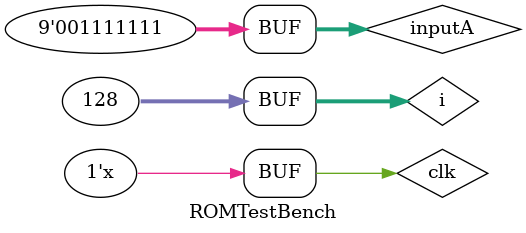
<source format=v>
`timescale 1ns / 1ps
module ROMTestBench( );
    reg clk = 0;
    reg [8:0] inputA;
    wire [7:0] outputC;
    integer i;
    always #1 clk = ~clk;
    initial
        begin
            for (i=0; i < 128; i=i+1)
            begin
                #5 inputA = i;
            end
        end
    ROM U0 ( clk, inputA, outputC);
endmodule

</source>
